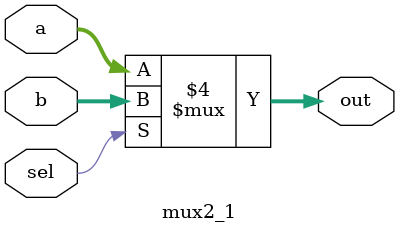
<source format=sv>
module mux2_1#(
  parameter WIDTH = 64
)(
  input [WIDTH-1:0] a,
  input [WIDTH-1:0] b,
  input sel,
  output reg [WIDTH-1:0] out
);

  always @ (a or b or sel) begin
    if (sel==1'b0)
      out = a;
    else
      out = b;
  end

endmodule

</source>
